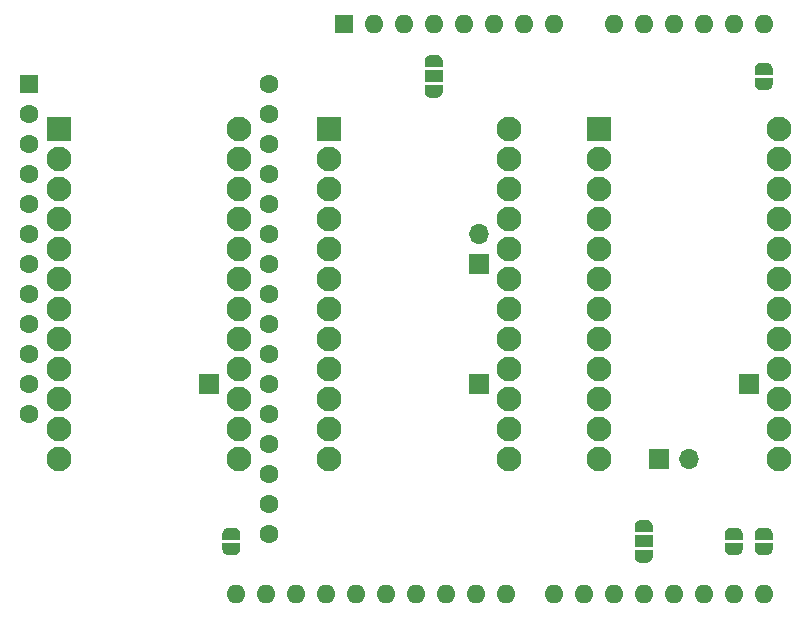
<source format=gbr>
G04 #@! TF.GenerationSoftware,KiCad,Pcbnew,5.1.5+dfsg1-2build2*
G04 #@! TF.CreationDate,2021-03-15T22:18:43+01:00*
G04 #@! TF.ProjectId,ProMicro_ADAPT,50726f4d-6963-4726-9f5f-41444150542e,v1.0*
G04 #@! TF.SameCoordinates,Original*
G04 #@! TF.FileFunction,Soldermask,Top*
G04 #@! TF.FilePolarity,Negative*
%FSLAX46Y46*%
G04 Gerber Fmt 4.6, Leading zero omitted, Abs format (unit mm)*
G04 Created by KiCad*
%MOMM*%
%LPD*%
G04 APERTURE LIST*
%ADD10O,1.600000X1.600000*%
%ADD11R,1.600000X1.600000*%
%ADD12O,1.700000X1.700000*%
%ADD13R,1.700000X1.700000*%
%ADD14C,2.100000*%
%ADD15R,2.100000X2.100000*%
%ADD16C,0.100000*%
%ADD17R,1.500000X1.000000*%
%ADD18C,1.600000*%
G04 APERTURE END LIST*
D10*
X119380000Y-120650000D03*
X121920000Y-120650000D03*
X82300000Y-120650000D03*
X121920000Y-72390000D03*
X84840000Y-120650000D03*
X119380000Y-72390000D03*
X87380000Y-120650000D03*
X116840000Y-72390000D03*
X89920000Y-120650000D03*
X114300000Y-72390000D03*
X92460000Y-120650000D03*
X111760000Y-72390000D03*
X95000000Y-120650000D03*
X109220000Y-72390000D03*
X97540000Y-120650000D03*
X104140000Y-72390000D03*
X100080000Y-120650000D03*
X101600000Y-72390000D03*
X104140000Y-120650000D03*
X99060000Y-72390000D03*
X106680000Y-120650000D03*
X96520000Y-72390000D03*
X109220000Y-120650000D03*
X93980000Y-72390000D03*
X111760000Y-120650000D03*
X91440000Y-72390000D03*
X114300000Y-120650000D03*
X88900000Y-72390000D03*
X116840000Y-120650000D03*
D11*
X86360000Y-72390000D03*
D10*
X79760000Y-120650000D03*
X77220000Y-120650000D03*
D12*
X115570000Y-109220000D03*
D13*
X113030000Y-109220000D03*
D12*
X97790000Y-90170000D03*
D13*
X97790000Y-92710000D03*
D14*
X123190000Y-81280000D03*
X123190000Y-83820000D03*
X123190000Y-86360000D03*
X107950000Y-109220000D03*
X123190000Y-88900000D03*
X107950000Y-106680000D03*
X123190000Y-91440000D03*
X107950000Y-104140000D03*
X123190000Y-93980000D03*
X107950000Y-101600000D03*
X123190000Y-96520000D03*
X107950000Y-99060000D03*
X123190000Y-99060000D03*
X107950000Y-96520000D03*
X123190000Y-101600000D03*
X107950000Y-93980000D03*
X123190000Y-104140000D03*
X107950000Y-91440000D03*
X123190000Y-106680000D03*
X107950000Y-88900000D03*
X123190000Y-109220000D03*
X107950000Y-86360000D03*
X107950000Y-83820000D03*
D15*
X107950000Y-81280000D03*
D14*
X100330000Y-81280000D03*
X100330000Y-83820000D03*
X100330000Y-86360000D03*
X85090000Y-109220000D03*
X100330000Y-88900000D03*
X85090000Y-106680000D03*
X100330000Y-91440000D03*
X85090000Y-104140000D03*
X100330000Y-93980000D03*
X85090000Y-101600000D03*
X100330000Y-96520000D03*
X85090000Y-99060000D03*
X100330000Y-99060000D03*
X85090000Y-96520000D03*
X100330000Y-101600000D03*
X85090000Y-93980000D03*
X100330000Y-104140000D03*
X85090000Y-91440000D03*
X100330000Y-106680000D03*
X85090000Y-88900000D03*
X100330000Y-109220000D03*
X85090000Y-86360000D03*
X85090000Y-83820000D03*
D15*
X85090000Y-81280000D03*
D14*
X77470000Y-81280000D03*
X77470000Y-83820000D03*
X77470000Y-86360000D03*
X62230000Y-109220000D03*
X77470000Y-88900000D03*
X62230000Y-106680000D03*
X77470000Y-91440000D03*
X62230000Y-104140000D03*
X77470000Y-93980000D03*
X62230000Y-101600000D03*
X77470000Y-96520000D03*
X62230000Y-99060000D03*
X77470000Y-99060000D03*
X62230000Y-96520000D03*
X77470000Y-101600000D03*
X62230000Y-93980000D03*
X77470000Y-104140000D03*
X62230000Y-91440000D03*
X77470000Y-106680000D03*
X62230000Y-88900000D03*
X77470000Y-109220000D03*
X62230000Y-86360000D03*
X62230000Y-83820000D03*
D15*
X62230000Y-81280000D03*
D16*
G36*
X77584398Y-116855000D02*
G01*
X77584398Y-116879534D01*
X77579588Y-116928365D01*
X77570016Y-116976490D01*
X77555772Y-117023445D01*
X77536995Y-117068778D01*
X77513864Y-117112051D01*
X77486604Y-117152850D01*
X77455476Y-117190779D01*
X77420779Y-117225476D01*
X77382850Y-117256604D01*
X77342051Y-117283864D01*
X77298778Y-117306995D01*
X77253445Y-117325772D01*
X77206490Y-117340016D01*
X77158365Y-117349588D01*
X77109534Y-117354398D01*
X77085000Y-117354398D01*
X77085000Y-117355000D01*
X76585000Y-117355000D01*
X76585000Y-117354398D01*
X76560466Y-117354398D01*
X76511635Y-117349588D01*
X76463510Y-117340016D01*
X76416555Y-117325772D01*
X76371222Y-117306995D01*
X76327949Y-117283864D01*
X76287150Y-117256604D01*
X76249221Y-117225476D01*
X76214524Y-117190779D01*
X76183396Y-117152850D01*
X76156136Y-117112051D01*
X76133005Y-117068778D01*
X76114228Y-117023445D01*
X76099984Y-116976490D01*
X76090412Y-116928365D01*
X76085602Y-116879534D01*
X76085602Y-116855000D01*
X76085000Y-116855000D01*
X76085000Y-116355000D01*
X77585000Y-116355000D01*
X77585000Y-116855000D01*
X77584398Y-116855000D01*
G37*
G36*
X76085000Y-116055000D02*
G01*
X76085000Y-115555000D01*
X76085602Y-115555000D01*
X76085602Y-115530466D01*
X76090412Y-115481635D01*
X76099984Y-115433510D01*
X76114228Y-115386555D01*
X76133005Y-115341222D01*
X76156136Y-115297949D01*
X76183396Y-115257150D01*
X76214524Y-115219221D01*
X76249221Y-115184524D01*
X76287150Y-115153396D01*
X76327949Y-115126136D01*
X76371222Y-115103005D01*
X76416555Y-115084228D01*
X76463510Y-115069984D01*
X76511635Y-115060412D01*
X76560466Y-115055602D01*
X76585000Y-115055602D01*
X76585000Y-115055000D01*
X77085000Y-115055000D01*
X77085000Y-115055602D01*
X77109534Y-115055602D01*
X77158365Y-115060412D01*
X77206490Y-115069984D01*
X77253445Y-115084228D01*
X77298778Y-115103005D01*
X77342051Y-115126136D01*
X77382850Y-115153396D01*
X77420779Y-115184524D01*
X77455476Y-115219221D01*
X77486604Y-115257150D01*
X77513864Y-115297949D01*
X77536995Y-115341222D01*
X77555772Y-115386555D01*
X77570016Y-115433510D01*
X77579588Y-115481635D01*
X77584398Y-115530466D01*
X77584398Y-115555000D01*
X77585000Y-115555000D01*
X77585000Y-116055000D01*
X76085000Y-116055000D01*
G37*
D17*
X111760000Y-116205000D03*
D16*
G36*
X111010602Y-114905000D02*
G01*
X111010602Y-114880466D01*
X111015412Y-114831635D01*
X111024984Y-114783510D01*
X111039228Y-114736555D01*
X111058005Y-114691222D01*
X111081136Y-114647949D01*
X111108396Y-114607150D01*
X111139524Y-114569221D01*
X111174221Y-114534524D01*
X111212150Y-114503396D01*
X111252949Y-114476136D01*
X111296222Y-114453005D01*
X111341555Y-114434228D01*
X111388510Y-114419984D01*
X111436635Y-114410412D01*
X111485466Y-114405602D01*
X111510000Y-114405602D01*
X111510000Y-114405000D01*
X112010000Y-114405000D01*
X112010000Y-114405602D01*
X112034534Y-114405602D01*
X112083365Y-114410412D01*
X112131490Y-114419984D01*
X112178445Y-114434228D01*
X112223778Y-114453005D01*
X112267051Y-114476136D01*
X112307850Y-114503396D01*
X112345779Y-114534524D01*
X112380476Y-114569221D01*
X112411604Y-114607150D01*
X112438864Y-114647949D01*
X112461995Y-114691222D01*
X112480772Y-114736555D01*
X112495016Y-114783510D01*
X112504588Y-114831635D01*
X112509398Y-114880466D01*
X112509398Y-114905000D01*
X112510000Y-114905000D01*
X112510000Y-115455000D01*
X111010000Y-115455000D01*
X111010000Y-114905000D01*
X111010602Y-114905000D01*
G37*
G36*
X112510000Y-116955000D02*
G01*
X112510000Y-117505000D01*
X112509398Y-117505000D01*
X112509398Y-117529534D01*
X112504588Y-117578365D01*
X112495016Y-117626490D01*
X112480772Y-117673445D01*
X112461995Y-117718778D01*
X112438864Y-117762051D01*
X112411604Y-117802850D01*
X112380476Y-117840779D01*
X112345779Y-117875476D01*
X112307850Y-117906604D01*
X112267051Y-117933864D01*
X112223778Y-117956995D01*
X112178445Y-117975772D01*
X112131490Y-117990016D01*
X112083365Y-117999588D01*
X112034534Y-118004398D01*
X112010000Y-118004398D01*
X112010000Y-118005000D01*
X111510000Y-118005000D01*
X111510000Y-118004398D01*
X111485466Y-118004398D01*
X111436635Y-117999588D01*
X111388510Y-117990016D01*
X111341555Y-117975772D01*
X111296222Y-117956995D01*
X111252949Y-117933864D01*
X111212150Y-117906604D01*
X111174221Y-117875476D01*
X111139524Y-117840779D01*
X111108396Y-117802850D01*
X111081136Y-117762051D01*
X111058005Y-117718778D01*
X111039228Y-117673445D01*
X111024984Y-117626490D01*
X111015412Y-117578365D01*
X111010602Y-117529534D01*
X111010602Y-117505000D01*
X111010000Y-117505000D01*
X111010000Y-116955000D01*
X112510000Y-116955000D01*
G37*
G36*
X121170602Y-76185000D02*
G01*
X121170602Y-76160466D01*
X121175412Y-76111635D01*
X121184984Y-76063510D01*
X121199228Y-76016555D01*
X121218005Y-75971222D01*
X121241136Y-75927949D01*
X121268396Y-75887150D01*
X121299524Y-75849221D01*
X121334221Y-75814524D01*
X121372150Y-75783396D01*
X121412949Y-75756136D01*
X121456222Y-75733005D01*
X121501555Y-75714228D01*
X121548510Y-75699984D01*
X121596635Y-75690412D01*
X121645466Y-75685602D01*
X121670000Y-75685602D01*
X121670000Y-75685000D01*
X122170000Y-75685000D01*
X122170000Y-75685602D01*
X122194534Y-75685602D01*
X122243365Y-75690412D01*
X122291490Y-75699984D01*
X122338445Y-75714228D01*
X122383778Y-75733005D01*
X122427051Y-75756136D01*
X122467850Y-75783396D01*
X122505779Y-75814524D01*
X122540476Y-75849221D01*
X122571604Y-75887150D01*
X122598864Y-75927949D01*
X122621995Y-75971222D01*
X122640772Y-76016555D01*
X122655016Y-76063510D01*
X122664588Y-76111635D01*
X122669398Y-76160466D01*
X122669398Y-76185000D01*
X122670000Y-76185000D01*
X122670000Y-76685000D01*
X121170000Y-76685000D01*
X121170000Y-76185000D01*
X121170602Y-76185000D01*
G37*
G36*
X122670000Y-76985000D02*
G01*
X122670000Y-77485000D01*
X122669398Y-77485000D01*
X122669398Y-77509534D01*
X122664588Y-77558365D01*
X122655016Y-77606490D01*
X122640772Y-77653445D01*
X122621995Y-77698778D01*
X122598864Y-77742051D01*
X122571604Y-77782850D01*
X122540476Y-77820779D01*
X122505779Y-77855476D01*
X122467850Y-77886604D01*
X122427051Y-77913864D01*
X122383778Y-77936995D01*
X122338445Y-77955772D01*
X122291490Y-77970016D01*
X122243365Y-77979588D01*
X122194534Y-77984398D01*
X122170000Y-77984398D01*
X122170000Y-77985000D01*
X121670000Y-77985000D01*
X121670000Y-77984398D01*
X121645466Y-77984398D01*
X121596635Y-77979588D01*
X121548510Y-77970016D01*
X121501555Y-77955772D01*
X121456222Y-77936995D01*
X121412949Y-77913864D01*
X121372150Y-77886604D01*
X121334221Y-77855476D01*
X121299524Y-77820779D01*
X121268396Y-77782850D01*
X121241136Y-77742051D01*
X121218005Y-77698778D01*
X121199228Y-77653445D01*
X121184984Y-77606490D01*
X121175412Y-77558365D01*
X121170602Y-77509534D01*
X121170602Y-77485000D01*
X121170000Y-77485000D01*
X121170000Y-76985000D01*
X122670000Y-76985000D01*
G37*
D17*
X93980000Y-76835000D03*
D16*
G36*
X94729398Y-78135000D02*
G01*
X94729398Y-78159534D01*
X94724588Y-78208365D01*
X94715016Y-78256490D01*
X94700772Y-78303445D01*
X94681995Y-78348778D01*
X94658864Y-78392051D01*
X94631604Y-78432850D01*
X94600476Y-78470779D01*
X94565779Y-78505476D01*
X94527850Y-78536604D01*
X94487051Y-78563864D01*
X94443778Y-78586995D01*
X94398445Y-78605772D01*
X94351490Y-78620016D01*
X94303365Y-78629588D01*
X94254534Y-78634398D01*
X94230000Y-78634398D01*
X94230000Y-78635000D01*
X93730000Y-78635000D01*
X93730000Y-78634398D01*
X93705466Y-78634398D01*
X93656635Y-78629588D01*
X93608510Y-78620016D01*
X93561555Y-78605772D01*
X93516222Y-78586995D01*
X93472949Y-78563864D01*
X93432150Y-78536604D01*
X93394221Y-78505476D01*
X93359524Y-78470779D01*
X93328396Y-78432850D01*
X93301136Y-78392051D01*
X93278005Y-78348778D01*
X93259228Y-78303445D01*
X93244984Y-78256490D01*
X93235412Y-78208365D01*
X93230602Y-78159534D01*
X93230602Y-78135000D01*
X93230000Y-78135000D01*
X93230000Y-77585000D01*
X94730000Y-77585000D01*
X94730000Y-78135000D01*
X94729398Y-78135000D01*
G37*
G36*
X93230000Y-76085000D02*
G01*
X93230000Y-75535000D01*
X93230602Y-75535000D01*
X93230602Y-75510466D01*
X93235412Y-75461635D01*
X93244984Y-75413510D01*
X93259228Y-75366555D01*
X93278005Y-75321222D01*
X93301136Y-75277949D01*
X93328396Y-75237150D01*
X93359524Y-75199221D01*
X93394221Y-75164524D01*
X93432150Y-75133396D01*
X93472949Y-75106136D01*
X93516222Y-75083005D01*
X93561555Y-75064228D01*
X93608510Y-75049984D01*
X93656635Y-75040412D01*
X93705466Y-75035602D01*
X93730000Y-75035602D01*
X93730000Y-75035000D01*
X94230000Y-75035000D01*
X94230000Y-75035602D01*
X94254534Y-75035602D01*
X94303365Y-75040412D01*
X94351490Y-75049984D01*
X94398445Y-75064228D01*
X94443778Y-75083005D01*
X94487051Y-75106136D01*
X94527850Y-75133396D01*
X94565779Y-75164524D01*
X94600476Y-75199221D01*
X94631604Y-75237150D01*
X94658864Y-75277949D01*
X94681995Y-75321222D01*
X94700772Y-75366555D01*
X94715016Y-75413510D01*
X94724588Y-75461635D01*
X94729398Y-75510466D01*
X94729398Y-75535000D01*
X94730000Y-75535000D01*
X94730000Y-76085000D01*
X93230000Y-76085000D01*
G37*
G36*
X121170602Y-115555000D02*
G01*
X121170602Y-115530466D01*
X121175412Y-115481635D01*
X121184984Y-115433510D01*
X121199228Y-115386555D01*
X121218005Y-115341222D01*
X121241136Y-115297949D01*
X121268396Y-115257150D01*
X121299524Y-115219221D01*
X121334221Y-115184524D01*
X121372150Y-115153396D01*
X121412949Y-115126136D01*
X121456222Y-115103005D01*
X121501555Y-115084228D01*
X121548510Y-115069984D01*
X121596635Y-115060412D01*
X121645466Y-115055602D01*
X121670000Y-115055602D01*
X121670000Y-115055000D01*
X122170000Y-115055000D01*
X122170000Y-115055602D01*
X122194534Y-115055602D01*
X122243365Y-115060412D01*
X122291490Y-115069984D01*
X122338445Y-115084228D01*
X122383778Y-115103005D01*
X122427051Y-115126136D01*
X122467850Y-115153396D01*
X122505779Y-115184524D01*
X122540476Y-115219221D01*
X122571604Y-115257150D01*
X122598864Y-115297949D01*
X122621995Y-115341222D01*
X122640772Y-115386555D01*
X122655016Y-115433510D01*
X122664588Y-115481635D01*
X122669398Y-115530466D01*
X122669398Y-115555000D01*
X122670000Y-115555000D01*
X122670000Y-116055000D01*
X121170000Y-116055000D01*
X121170000Y-115555000D01*
X121170602Y-115555000D01*
G37*
G36*
X122670000Y-116355000D02*
G01*
X122670000Y-116855000D01*
X122669398Y-116855000D01*
X122669398Y-116879534D01*
X122664588Y-116928365D01*
X122655016Y-116976490D01*
X122640772Y-117023445D01*
X122621995Y-117068778D01*
X122598864Y-117112051D01*
X122571604Y-117152850D01*
X122540476Y-117190779D01*
X122505779Y-117225476D01*
X122467850Y-117256604D01*
X122427051Y-117283864D01*
X122383778Y-117306995D01*
X122338445Y-117325772D01*
X122291490Y-117340016D01*
X122243365Y-117349588D01*
X122194534Y-117354398D01*
X122170000Y-117354398D01*
X122170000Y-117355000D01*
X121670000Y-117355000D01*
X121670000Y-117354398D01*
X121645466Y-117354398D01*
X121596635Y-117349588D01*
X121548510Y-117340016D01*
X121501555Y-117325772D01*
X121456222Y-117306995D01*
X121412949Y-117283864D01*
X121372150Y-117256604D01*
X121334221Y-117225476D01*
X121299524Y-117190779D01*
X121268396Y-117152850D01*
X121241136Y-117112051D01*
X121218005Y-117068778D01*
X121199228Y-117023445D01*
X121184984Y-116976490D01*
X121175412Y-116928365D01*
X121170602Y-116879534D01*
X121170602Y-116855000D01*
X121170000Y-116855000D01*
X121170000Y-116355000D01*
X122670000Y-116355000D01*
G37*
G36*
X118630602Y-115555000D02*
G01*
X118630602Y-115530466D01*
X118635412Y-115481635D01*
X118644984Y-115433510D01*
X118659228Y-115386555D01*
X118678005Y-115341222D01*
X118701136Y-115297949D01*
X118728396Y-115257150D01*
X118759524Y-115219221D01*
X118794221Y-115184524D01*
X118832150Y-115153396D01*
X118872949Y-115126136D01*
X118916222Y-115103005D01*
X118961555Y-115084228D01*
X119008510Y-115069984D01*
X119056635Y-115060412D01*
X119105466Y-115055602D01*
X119130000Y-115055602D01*
X119130000Y-115055000D01*
X119630000Y-115055000D01*
X119630000Y-115055602D01*
X119654534Y-115055602D01*
X119703365Y-115060412D01*
X119751490Y-115069984D01*
X119798445Y-115084228D01*
X119843778Y-115103005D01*
X119887051Y-115126136D01*
X119927850Y-115153396D01*
X119965779Y-115184524D01*
X120000476Y-115219221D01*
X120031604Y-115257150D01*
X120058864Y-115297949D01*
X120081995Y-115341222D01*
X120100772Y-115386555D01*
X120115016Y-115433510D01*
X120124588Y-115481635D01*
X120129398Y-115530466D01*
X120129398Y-115555000D01*
X120130000Y-115555000D01*
X120130000Y-116055000D01*
X118630000Y-116055000D01*
X118630000Y-115555000D01*
X118630602Y-115555000D01*
G37*
G36*
X120130000Y-116355000D02*
G01*
X120130000Y-116855000D01*
X120129398Y-116855000D01*
X120129398Y-116879534D01*
X120124588Y-116928365D01*
X120115016Y-116976490D01*
X120100772Y-117023445D01*
X120081995Y-117068778D01*
X120058864Y-117112051D01*
X120031604Y-117152850D01*
X120000476Y-117190779D01*
X119965779Y-117225476D01*
X119927850Y-117256604D01*
X119887051Y-117283864D01*
X119843778Y-117306995D01*
X119798445Y-117325772D01*
X119751490Y-117340016D01*
X119703365Y-117349588D01*
X119654534Y-117354398D01*
X119630000Y-117354398D01*
X119630000Y-117355000D01*
X119130000Y-117355000D01*
X119130000Y-117354398D01*
X119105466Y-117354398D01*
X119056635Y-117349588D01*
X119008510Y-117340016D01*
X118961555Y-117325772D01*
X118916222Y-117306995D01*
X118872949Y-117283864D01*
X118832150Y-117256604D01*
X118794221Y-117225476D01*
X118759524Y-117190779D01*
X118728396Y-117152850D01*
X118701136Y-117112051D01*
X118678005Y-117068778D01*
X118659228Y-117023445D01*
X118644984Y-116976490D01*
X118635412Y-116928365D01*
X118630602Y-116879534D01*
X118630602Y-116855000D01*
X118630000Y-116855000D01*
X118630000Y-116355000D01*
X120130000Y-116355000D01*
G37*
D13*
X74930000Y-102870000D03*
X120650000Y-102870000D03*
X97790000Y-102870000D03*
D11*
X59690000Y-77470000D03*
D18*
X59690000Y-80010000D03*
X59690000Y-82550000D03*
X59690000Y-85090000D03*
X59690000Y-87630000D03*
X59690000Y-90170000D03*
X59690000Y-92710000D03*
X59690000Y-95250000D03*
X59690000Y-97790000D03*
X59690000Y-100330000D03*
X59690000Y-102870000D03*
X59690000Y-105410000D03*
X80010000Y-115570000D03*
X80010000Y-113030000D03*
X80010000Y-110490000D03*
X80010000Y-107950000D03*
X80010000Y-105410000D03*
X80010000Y-102870000D03*
X80010000Y-100330000D03*
X80010000Y-97790000D03*
X80010000Y-95250000D03*
X80010000Y-92710000D03*
X80010000Y-90170000D03*
X80010000Y-87630000D03*
X80010000Y-85090000D03*
X80010000Y-82550000D03*
X80010000Y-80010000D03*
X80010000Y-77470000D03*
M02*

</source>
